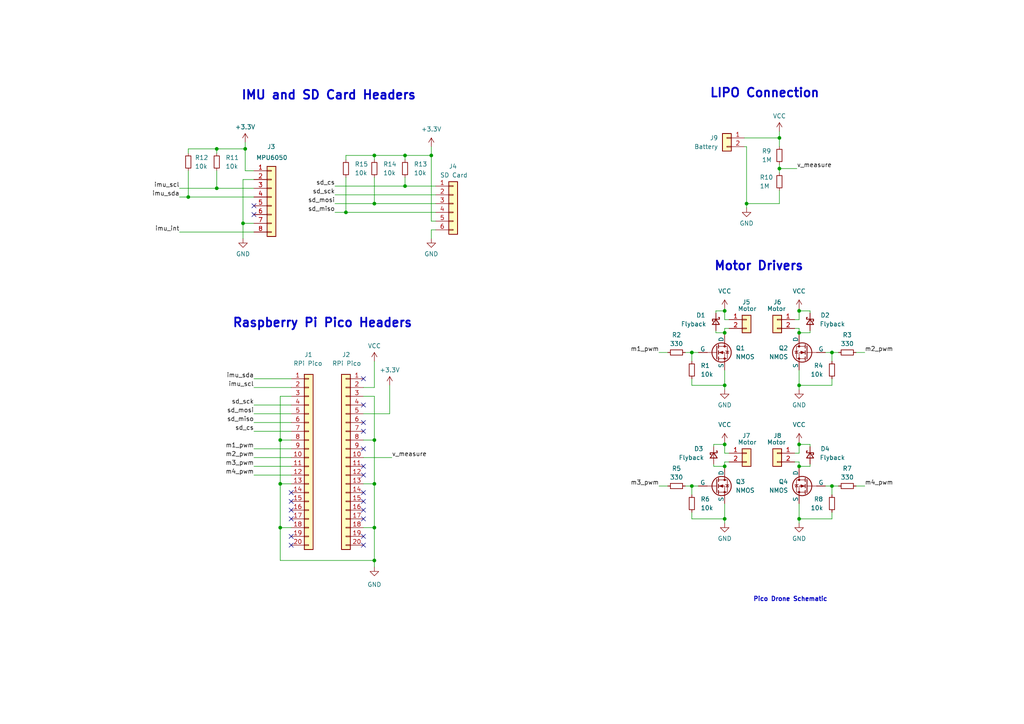
<source format=kicad_sch>
(kicad_sch (version 20230121) (generator eeschema)
  (paper "A4")
  (lib_symbols
    (symbol "Connector_Generic:Conn_01x02" (pin_names (offset 1.016) hide)
      (property "Reference" "J" (at 0 2.54 0))
      (property "Value" "Conn_01x02" (at 0 -5.08 0))
      (symbol "Conn_01x02_1_1"
        (rectangle (start -1.27 -2.413) (end 0 -2.667) (stroke (width 0.1524)))
        (rectangle (start -1.27 0.127) (end 0 -0.127) (stroke (width 0.1524)))
        (rectangle (start -1.27 1.27) (end 1.27 -3.81) (stroke (width 0.254)) (fill (type background)))
        (pin passive line (at -5.08 0 0) (length 3.81) (name "Pin_1") (number "1"))
        (pin passive line (at -5.08 -2.54 0) (length 3.81) (name "Pin_2") (number "2"))
      )
    )
    (symbol "Connector_Generic:Conn_01x06" (pin_names (offset 1.016) hide)
      (property "Reference" "J" (at 0 7.62 0))
      (property "Value" "Conn_01x06" (at 0 -10.16 0))
      (symbol "Conn_01x06_1_1"
        (rectangle (start -1.27 -7.493) (end 0 -7.747) (stroke (width 0.1524)))
        (rectangle (start -1.27 -4.953) (end 0 -5.207) (stroke (width 0.1524)))
        (rectangle (start -1.27 -2.413) (end 0 -2.667) (stroke (width 0.1524)))
        (rectangle (start -1.27 0.127) (end 0 -0.127) (stroke (width 0.1524)))
        (rectangle (start -1.27 2.667) (end 0 2.413) (stroke (width 0.1524)))
        (rectangle (start -1.27 5.207) (end 0 4.953) (stroke (width 0.1524)))
        (rectangle (start -1.27 6.35) (end 1.27 -8.89) (stroke (width 0.254)) (fill (type background)))
        (pin passive line (at -5.08 5.08 0) (length 3.81) (name "Pin_1") (number "1"))
        (pin passive line (at -5.08 2.54 0) (length 3.81) (name "Pin_2") (number "2"))
        (pin passive line (at -5.08 0 0) (length 3.81) (name "Pin_3") (number "3"))
        (pin passive line (at -5.08 -2.54 0) (length 3.81) (name "Pin_4") (number "4"))
        (pin passive line (at -5.08 -5.08 0) (length 3.81) (name "Pin_5") (number "5"))
        (pin passive line (at -5.08 -7.62 0) (length 3.81) (name "Pin_6") (number "6"))
      )
    )
    (symbol "Connector_Generic:Conn_01x08" (pin_names (offset 1.016) hide)
      (property "Reference" "J" (at 0 10.16 0))
      (property "Value" "Conn_01x08" (at 0 -12.7 0))
      (symbol "Conn_01x08_1_1"
        (rectangle (start -1.27 -10.033) (end 0 -10.287) (stroke (width 0.1524)))
        (rectangle (start -1.27 -7.493) (end 0 -7.747) (stroke (width 0.1524)))
        (rectangle (start -1.27 -4.953) (end 0 -5.207) (stroke (width 0.1524)))
        (rectangle (start -1.27 -2.413) (end 0 -2.667) (stroke (width 0.1524)))
        (rectangle (start -1.27 0.127) (end 0 -0.127) (stroke (width 0.1524)))
        (rectangle (start -1.27 2.667) (end 0 2.413) (stroke (width 0.1524)))
        (rectangle (start -1.27 5.207) (end 0 4.953) (stroke (width 0.1524)))
        (rectangle (start -1.27 7.747) (end 0 7.493) (stroke (width 0.1524)))
        (rectangle (start -1.27 8.89) (end 1.27 -11.43) (stroke (width 0.254)) (fill (type background)))
        (pin passive line (at -5.08 7.62 0) (length 3.81) (name "Pin_1") (number "1"))
        (pin passive line (at -5.08 5.08 0) (length 3.81) (name "Pin_2") (number "2"))
        (pin passive line (at -5.08 2.54 0) (length 3.81) (name "Pin_3") (number "3"))
        (pin passive line (at -5.08 0 0) (length 3.81) (name "Pin_4") (number "4"))
        (pin passive line (at -5.08 -2.54 0) (length 3.81) (name "Pin_5") (number "5"))
        (pin passive line (at -5.08 -5.08 0) (length 3.81) (name "Pin_6") (number "6"))
        (pin passive line (at -5.08 -7.62 0) (length 3.81) (name "Pin_7") (number "7"))
        (pin passive line (at -5.08 -10.16 0) (length 3.81) (name "Pin_8") (number "8"))
      )
    )
    (symbol "Connector_Generic:Conn_01x20" (pin_names (offset 1.016) hide)
      (property "Reference" "J" (at 0 25.4 0))
      (property "Value" "Conn_01x20" (at 0 -27.94 0))
      (symbol "Conn_01x20_1_1"
        (rectangle (start -1.27 -25.273) (end 0 -25.527) (stroke (width 0.1524)))
        (rectangle (start -1.27 -22.733) (end 0 -22.987) (stroke (width 0.1524)))
        (rectangle (start -1.27 -20.193) (end 0 -20.447) (stroke (width 0.1524)))
        (rectangle (start -1.27 -17.653) (end 0 -17.907) (stroke (width 0.1524)))
        (rectangle (start -1.27 -15.113) (end 0 -15.367) (stroke (width 0.1524)))
        (rectangle (start -1.27 -12.573) (end 0 -12.827) (stroke (width 0.1524)))
        (rectangle (start -1.27 -10.033) (end 0 -10.287) (stroke (width 0.1524)))
        (rectangle (start -1.27 -7.493) (end 0 -7.747) (stroke (width 0.1524)))
        (rectangle (start -1.27 -4.953) (end 0 -5.207) (stroke (width 0.1524)))
        (rectangle (start -1.27 -2.413) (end 0 -2.667) (stroke (width 0.1524)))
        (rectangle (start -1.27 0.127) (end 0 -0.127) (stroke (width 0.1524)))
        (rectangle (start -1.27 2.667) (end 0 2.413) (stroke (width 0.1524)))
        (rectangle (start -1.27 5.207) (end 0 4.953) (stroke (width 0.1524)))
        (rectangle (start -1.27 7.747) (end 0 7.493) (stroke (width 0.1524)))
        (rectangle (start -1.27 10.287) (end 0 10.033) (stroke (width 0.1524)))
        (rectangle (start -1.27 12.827) (end 0 12.573) (stroke (width 0.1524)))
        (rectangle (start -1.27 15.367) (end 0 15.113) (stroke (width 0.1524)))
        (rectangle (start -1.27 17.907) (end 0 17.653) (stroke (width 0.1524)))
        (rectangle (start -1.27 20.447) (end 0 20.193) (stroke (width 0.1524)))
        (rectangle (start -1.27 22.987) (end 0 22.733) (stroke (width 0.1524)))
        (rectangle (start -1.27 24.13) (end 1.27 -26.67) (stroke (width 0.254)) (fill (type background)))
        (pin passive line (at -5.08 22.86 0) (length 3.81) (name "Pin_1") (number "1"))
        (pin passive line (at -5.08 0 0) (length 3.81) (name "Pin_10") (number "10"))
        (pin passive line (at -5.08 -2.54 0) (length 3.81) (name "Pin_11") (number "11"))
        (pin passive line (at -5.08 -5.08 0) (length 3.81) (name "Pin_12") (number "12"))
        (pin passive line (at -5.08 -7.62 0) (length 3.81) (name "Pin_13") (number "13"))
        (pin passive line (at -5.08 -10.16 0) (length 3.81) (name "Pin_14") (number "14"))
        (pin passive line (at -5.08 -12.7 0) (length 3.81) (name "Pin_15") (number "15"))
        (pin passive line (at -5.08 -15.24 0) (length 3.81) (name "Pin_16") (number "16"))
        (pin passive line (at -5.08 -17.78 0) (length 3.81) (name "Pin_17") (number "17"))
        (pin passive line (at -5.08 -20.32 0) (length 3.81) (name "Pin_18") (number "18"))
        (pin passive line (at -5.08 -22.86 0) (length 3.81) (name "Pin_19") (number "19"))
        (pin passive line (at -5.08 20.32 0) (length 3.81) (name "Pin_2") (number "2"))
        (pin passive line (at -5.08 -25.4 0) (length 3.81) (name "Pin_20") (number "20"))
        (pin passive line (at -5.08 17.78 0) (length 3.81) (name "Pin_3") (number "3"))
        (pin passive line (at -5.08 15.24 0) (length 3.81) (name "Pin_4") (number "4"))
        (pin passive line (at -5.08 12.7 0) (length 3.81) (name "Pin_5") (number "5"))
        (pin passive line (at -5.08 10.16 0) (length 3.81) (name "Pin_6") (number "6"))
        (pin passive line (at -5.08 7.62 0) (length 3.81) (name "Pin_7") (number "7"))
        (pin passive line (at -5.08 5.08 0) (length 3.81) (name "Pin_8") (number "8"))
        (pin passive line (at -5.08 2.54 0) (length 3.81) (name "Pin_9") (number "9"))
      )
    )
    (symbol "Device:D_Schottky_Small" (pin_numbers hide) (pin_names (offset 0.254) hide)
      (property "Reference" "D" (at -1.27 2.032 0))
      (property "Value" "D_Schottky_Small" (at -7.112 -2.032 0))
      (symbol "D_Schottky_Small_0_1"
        (polyline (pts (xy -0.762 0) (xy 0.762 0)))
        (polyline (pts (xy 0.762 -1.016) (xy -0.762 0) (xy 0.762 1.016) (xy 0.762 -1.016)) (stroke (width 0.254)))
        (polyline (pts (xy -1.27 0.762) (xy -1.27 1.016) (xy -0.762 1.016) (xy -0.762 -1.016) (xy -0.254 -1.016) (xy -0.254 -0.762)) (stroke (width 0.254)))
      )
      (symbol "D_Schottky_Small_1_1"
        (pin passive line (at -2.54 0 0) (length 1.778) (name "K") (number "1"))
        (pin passive line (at 2.54 0 180) (length 1.778) (name "A") (number "2"))
      )
    )
    (symbol "Device:R_Small" (pin_numbers hide) (pin_names (offset 0.254) hide)
      (property "Reference" "R" (at 0.762 0.508 0))
      (property "Value" "R_Small" (at 0.762 -1.016 0))
      (symbol "R_Small_0_1"
        (rectangle (start -0.762 1.778) (end 0.762 -1.778) (stroke (width 0.2032)))
      )
      (symbol "R_Small_1_1"
        (pin passive line (at 0 2.54 270) (length 0.762) (name "~") (number "1"))
        (pin passive line (at 0 -2.54 90) (length 0.762) (name "~") (number "2"))
      )
    )
    (symbol "Simulation_SPICE:NMOS" (pin_numbers hide) (pin_names (offset 0))
      (property "Reference" "Q" (at 5.08 1.27 0))
      (property "Value" "NMOS" (at 5.08 -1.27 0))
      (symbol "NMOS_0_1"
        (polyline (pts (xy 0.254 0) (xy -2.54 0)))
        (polyline (pts (xy 0.254 1.905) (xy 0.254 -1.905)) (stroke (width 0.254)))
        (polyline (pts (xy 0.762 -1.27) (xy 0.762 -2.286)) (stroke (width 0.254)))
        (polyline (pts (xy 0.762 0.508) (xy 0.762 -0.508)) (stroke (width 0.254)))
        (polyline (pts (xy 0.762 2.286) (xy 0.762 1.27)) (stroke (width 0.254)))
        (polyline (pts (xy 2.54 2.54) (xy 2.54 1.778)))
        (polyline (pts (xy 2.54 -2.54) (xy 2.54 0) (xy 0.762 0)))
        (polyline (pts (xy 0.762 -1.778) (xy 3.302 -1.778) (xy 3.302 1.778) (xy 0.762 1.778)))
        (polyline (pts (xy 1.016 0) (xy 2.032 0.381) (xy 2.032 -0.381) (xy 1.016 0)) (fill (type outline)))
        (polyline (pts (xy 2.794 0.508) (xy 2.921 0.381) (xy 3.683 0.381) (xy 3.81 0.254)))
        (polyline (pts (xy 3.302 0.381) (xy 2.921 -0.254) (xy 3.683 -0.254) (xy 3.302 0.381)))
        (circle (center 1.651 0) (radius 2.794) (stroke (width 0.254)))
        (circle (center 2.54 -1.778) (radius 0.254) (fill (type outline)))
        (circle (center 2.54 1.778) (radius 0.254) (fill (type outline)))
      )
      (symbol "NMOS_1_1"
        (pin passive line (at 2.54 5.08 270) (length 2.54) (name "D") (number "1"))
        (pin input line (at -5.08 0 0) (length 2.54) (name "G") (number "2"))
        (pin passive line (at 2.54 -5.08 90) (length 2.54) (name "S") (number "3"))
      )
    )
    (symbol "power:+3.3V" (power) (pin_names (offset 0))
      (property "Value" "+3.3V" (at 0 3.556 0))
      (symbol "+3.3V_0_1"
        (polyline (pts (xy -0.762 1.27) (xy 0 2.54)))
        (polyline (pts (xy 0 0) (xy 0 2.54)))
        (polyline (pts (xy 0 2.54) (xy 0.762 1.27)))
      )
      (symbol "+3.3V_1_1"
        (pin power_in line (at 0 0 90) (length 0) hide (name "+3.3V") (number "1"))
      )
    )
    (symbol "power:GND" (power) (pin_names (offset 0))
      (property "Value" "GND" (at 0 -3.81 0))
      (symbol "GND_0_1"
        (polyline (pts (xy 0 0) (xy 0 -1.27) (xy 1.27 -1.27) (xy 0 -2.54) (xy -1.27 -1.27) (xy 0 -1.27)))
      )
      (symbol "GND_1_1"
        (pin power_in line (at 0 0 270) (length 0) hide (name "GND") (number "1"))
      )
    )
    (symbol "power:VCC" (power) (pin_names (offset 0))
      (property "Value" "VCC" (at 0 3.81 0))
      (symbol "VCC_0_1"
        (polyline (pts (xy -0.762 1.27) (xy 0 2.54)))
        (polyline (pts (xy 0 0) (xy 0 2.54)))
        (polyline (pts (xy 0 2.54) (xy 0.762 1.27)))
      )
      (symbol "VCC_1_1"
        (pin power_in line (at 0 0 90) (length 0) hide (name "VCC") (number "1"))
      )
    )
  )
  (junction (at 54.61 57.15))
  (junction (at 117.475 45.085))
  (junction (at 108.585 59.055))
  (junction (at 210.185 135.255))
  (junction (at 81.28 153.035))
  (junction (at 210.185 96.52))
  (junction (at 216.535 59.055))
  (junction (at 70.485 64.77))
  (junction (at 117.475 53.975))
  (junction (at 231.775 150.495))
  (junction (at 231.775 135.255))
  (junction (at 200.66 140.97))
  (junction (at 108.585 140.335))
  (junction (at 210.185 111.76))
  (junction (at 231.775 128.905))
  (junction (at 71.12 43.18))
  (junction (at 226.06 48.895))
  (junction (at 81.28 127.635))
  (junction (at 231.775 90.17))
  (junction (at 81.28 140.335))
  (junction (at 108.585 153.035))
  (junction (at 241.3 102.235))
  (junction (at 125.095 45.085))
  (junction (at 210.185 90.17))
  (junction (at 108.585 45.085))
  (junction (at 200.66 102.235))
  (junction (at 241.3 140.97))
  (junction (at 62.865 43.18))
  (junction (at 108.585 127.635))
  (junction (at 100.33 61.595))
  (junction (at 226.06 40.005))
  (junction (at 108.585 162.56))
  (junction (at 231.775 111.76))
  (junction (at 210.185 150.495))
  (junction (at 210.185 128.905))
  (junction (at 62.865 54.61))
  (junction (at 231.775 96.52))
  (no_connect (at 105.41 155.575))
  (no_connect (at 73.66 59.69))
  (no_connect (at 84.455 158.115))
  (no_connect (at 84.455 147.955))
  (no_connect (at 84.455 145.415))
  (no_connect (at 105.41 142.875))
  (no_connect (at 105.41 122.555))
  (no_connect (at 84.455 155.575))
  (no_connect (at 105.41 117.475))
  (no_connect (at 105.41 109.855))
  (no_connect (at 73.66 62.23))
  (no_connect (at 105.41 158.115))
  (no_connect (at 105.41 135.255))
  (no_connect (at 105.41 145.415))
  (no_connect (at 105.41 137.795))
  (no_connect (at 105.41 125.095))
  (no_connect (at 105.41 150.495))
  (no_connect (at 84.455 142.875))
  (no_connect (at 84.455 150.495))
  (no_connect (at 105.41 147.955))
  (no_connect (at 105.41 130.175))
  (wire (pts (xy 108.585 45.085) (xy 117.475 45.085)))
  (wire (pts (xy 108.585 112.395) (xy 108.585 104.775)))
  (wire (pts (xy 226.06 40.005) (xy 226.06 42.545)))
  (wire (pts (xy 191.135 140.97) (xy 193.675 140.97)))
  (wire (pts (xy 81.28 127.635) (xy 81.28 140.335)))
  (wire (pts (xy 207.01 128.905) (xy 210.185 128.905)))
  (wire (pts (xy 239.395 102.235) (xy 241.3 102.235)))
  (wire (pts (xy 243.205 102.235) (xy 241.3 102.235)))
  (wire (pts (xy 210.185 128.27) (xy 210.185 128.905)))
  (wire (pts (xy 81.28 153.035) (xy 81.28 162.56)))
  (wire (pts (xy 211.455 133.985) (xy 210.185 133.985)))
  (wire (pts (xy 226.06 48.895) (xy 226.06 50.165)))
  (wire (pts (xy 73.66 64.77) (xy 70.485 64.77)))
  (wire (pts (xy 73.66 49.53) (xy 71.12 49.53)))
  (wire (pts (xy 84.455 153.035) (xy 81.28 153.035)))
  (wire (pts (xy 231.775 96.52) (xy 234.95 96.52)))
  (wire (pts (xy 73.66 57.15) (xy 54.61 57.15)))
  (wire (pts (xy 73.66 117.475) (xy 84.455 117.475)))
  (wire (pts (xy 105.41 127.635) (xy 108.585 127.635)))
  (wire (pts (xy 210.185 95.25) (xy 210.185 96.52)))
  (wire (pts (xy 200.66 140.97) (xy 200.66 143.51)))
  (wire (pts (xy 202.565 140.97) (xy 200.66 140.97)))
  (wire (pts (xy 241.3 140.97) (xy 241.3 143.51)))
  (wire (pts (xy 231.775 150.495) (xy 231.775 151.765)))
  (wire (pts (xy 97.155 61.595) (xy 100.33 61.595)))
  (wire (pts (xy 210.185 96.52) (xy 210.185 97.155)))
  (wire (pts (xy 105.41 140.335) (xy 108.585 140.335)))
  (wire (pts (xy 216.535 42.545) (xy 215.9 42.545)))
  (wire (pts (xy 81.28 162.56) (xy 108.585 162.56)))
  (wire (pts (xy 125.095 66.675) (xy 125.095 69.215)))
  (wire (pts (xy 211.455 92.71) (xy 210.185 92.71)))
  (wire (pts (xy 239.395 140.97) (xy 241.3 140.97)))
  (wire (pts (xy 71.12 41.275) (xy 71.12 43.18)))
  (wire (pts (xy 70.485 52.07) (xy 73.66 52.07)))
  (wire (pts (xy 230.505 92.71) (xy 231.775 92.71)))
  (wire (pts (xy 215.9 40.005) (xy 226.06 40.005)))
  (wire (pts (xy 84.455 140.335) (xy 81.28 140.335)))
  (wire (pts (xy 73.66 112.395) (xy 84.455 112.395)))
  (wire (pts (xy 105.41 132.715) (xy 113.665 132.715)))
  (wire (pts (xy 231.775 128.905) (xy 231.775 131.445)))
  (wire (pts (xy 52.07 57.15) (xy 54.61 57.15)))
  (wire (pts (xy 198.755 102.235) (xy 200.66 102.235)))
  (wire (pts (xy 108.585 59.055) (xy 126.365 59.055)))
  (wire (pts (xy 210.185 150.495) (xy 210.185 151.765)))
  (wire (pts (xy 81.28 114.935) (xy 84.455 114.935)))
  (wire (pts (xy 81.28 153.035) (xy 81.28 140.335)))
  (wire (pts (xy 250.825 140.97) (xy 248.285 140.97)))
  (wire (pts (xy 81.28 114.935) (xy 81.28 127.635)))
  (wire (pts (xy 216.535 42.545) (xy 216.535 59.055)))
  (wire (pts (xy 234.95 134.62) (xy 234.95 135.255)))
  (wire (pts (xy 117.475 53.975) (xy 126.365 53.975)))
  (wire (pts (xy 200.66 148.59) (xy 200.66 150.495)))
  (wire (pts (xy 231.775 95.25) (xy 231.775 96.52)))
  (wire (pts (xy 117.475 46.355) (xy 117.475 45.085)))
  (wire (pts (xy 241.3 109.855) (xy 241.3 111.76)))
  (wire (pts (xy 226.06 38.1) (xy 226.06 40.005)))
  (wire (pts (xy 231.775 90.17) (xy 231.775 92.71)))
  (wire (pts (xy 234.95 95.885) (xy 234.95 96.52)))
  (wire (pts (xy 241.3 148.59) (xy 241.3 150.495)))
  (wire (pts (xy 200.66 102.235) (xy 200.66 104.775)))
  (wire (pts (xy 234.95 90.805) (xy 234.95 90.17)))
  (wire (pts (xy 108.585 162.56) (xy 108.585 164.465)))
  (wire (pts (xy 191.135 102.235) (xy 193.675 102.235)))
  (wire (pts (xy 231.775 133.985) (xy 231.775 135.255)))
  (wire (pts (xy 202.565 102.235) (xy 200.66 102.235)))
  (wire (pts (xy 73.66 54.61) (xy 62.865 54.61)))
  (wire (pts (xy 71.12 49.53) (xy 71.12 43.18)))
  (wire (pts (xy 207.645 90.17) (xy 210.185 90.17)))
  (wire (pts (xy 234.95 128.905) (xy 231.775 128.905)))
  (wire (pts (xy 200.66 111.76) (xy 210.185 111.76)))
  (wire (pts (xy 108.585 162.56) (xy 108.585 153.035)))
  (wire (pts (xy 210.185 133.985) (xy 210.185 135.255)))
  (wire (pts (xy 70.485 64.77) (xy 70.485 52.07)))
  (wire (pts (xy 230.505 131.445) (xy 231.775 131.445)))
  (wire (pts (xy 210.185 89.535) (xy 210.185 90.17)))
  (wire (pts (xy 210.185 111.76) (xy 210.185 113.03)))
  (wire (pts (xy 230.505 95.25) (xy 231.775 95.25)))
  (wire (pts (xy 105.41 120.015) (xy 113.03 120.015)))
  (wire (pts (xy 126.365 64.135) (xy 125.095 64.135)))
  (wire (pts (xy 125.095 64.135) (xy 125.095 45.085)))
  (wire (pts (xy 234.95 90.17) (xy 231.775 90.17)))
  (wire (pts (xy 62.865 43.18) (xy 71.12 43.18)))
  (wire (pts (xy 73.66 122.555) (xy 84.455 122.555)))
  (wire (pts (xy 226.06 47.625) (xy 226.06 48.895)))
  (wire (pts (xy 100.33 45.085) (xy 108.585 45.085)))
  (wire (pts (xy 234.95 129.54) (xy 234.95 128.905)))
  (wire (pts (xy 125.095 45.085) (xy 125.095 42.545)))
  (wire (pts (xy 216.535 59.055) (xy 216.535 60.325)))
  (wire (pts (xy 108.585 51.435) (xy 108.585 59.055)))
  (wire (pts (xy 108.585 46.355) (xy 108.585 45.085)))
  (wire (pts (xy 200.66 150.495) (xy 210.185 150.495)))
  (wire (pts (xy 211.455 95.25) (xy 210.185 95.25)))
  (wire (pts (xy 207.645 90.805) (xy 207.645 90.17)))
  (wire (pts (xy 62.865 44.45) (xy 62.865 43.18)))
  (wire (pts (xy 73.66 125.095) (xy 84.455 125.095)))
  (wire (pts (xy 52.07 67.31) (xy 73.66 67.31)))
  (wire (pts (xy 73.66 132.715) (xy 84.455 132.715)))
  (wire (pts (xy 117.475 45.085) (xy 125.095 45.085)))
  (wire (pts (xy 210.185 90.17) (xy 210.185 92.71)))
  (wire (pts (xy 231.775 128.27) (xy 231.775 128.905)))
  (wire (pts (xy 211.455 131.445) (xy 210.185 131.445)))
  (wire (pts (xy 200.66 109.855) (xy 200.66 111.76)))
  (wire (pts (xy 210.185 146.05) (xy 210.185 150.495)))
  (wire (pts (xy 100.33 61.595) (xy 126.365 61.595)))
  (wire (pts (xy 100.33 46.355) (xy 100.33 45.085)))
  (wire (pts (xy 210.185 107.315) (xy 210.185 111.76)))
  (wire (pts (xy 241.3 150.495) (xy 231.775 150.495)))
  (wire (pts (xy 117.475 51.435) (xy 117.475 53.975)))
  (wire (pts (xy 52.07 54.61) (xy 62.865 54.61)))
  (wire (pts (xy 108.585 127.635) (xy 108.585 140.335)))
  (wire (pts (xy 231.775 107.315) (xy 231.775 111.76)))
  (wire (pts (xy 231.775 135.255) (xy 234.95 135.255)))
  (wire (pts (xy 207.01 129.54) (xy 207.01 128.905)))
  (wire (pts (xy 231.775 96.52) (xy 231.775 97.155)))
  (wire (pts (xy 54.61 43.18) (xy 54.61 44.45)))
  (wire (pts (xy 231.775 111.76) (xy 231.775 113.03)))
  (wire (pts (xy 231.775 146.05) (xy 231.775 150.495)))
  (wire (pts (xy 198.755 140.97) (xy 200.66 140.97)))
  (wire (pts (xy 207.01 134.62) (xy 207.01 135.255)))
  (wire (pts (xy 207.645 95.885) (xy 207.645 96.52)))
  (wire (pts (xy 243.205 140.97) (xy 241.3 140.97)))
  (wire (pts (xy 97.155 59.055) (xy 108.585 59.055)))
  (wire (pts (xy 84.455 127.635) (xy 81.28 127.635)))
  (wire (pts (xy 113.03 120.015) (xy 113.03 111.76)))
  (wire (pts (xy 231.775 89.535) (xy 231.775 90.17)))
  (wire (pts (xy 108.585 153.035) (xy 105.41 153.035)))
  (wire (pts (xy 73.66 109.855) (xy 84.455 109.855)))
  (wire (pts (xy 231.775 135.255) (xy 231.775 135.89)))
  (wire (pts (xy 108.585 114.935) (xy 108.585 127.635)))
  (wire (pts (xy 73.66 137.795) (xy 84.455 137.795)))
  (wire (pts (xy 73.66 130.175) (xy 84.455 130.175)))
  (wire (pts (xy 231.14 48.895) (xy 226.06 48.895)))
  (wire (pts (xy 216.535 59.055) (xy 226.06 59.055)))
  (wire (pts (xy 54.61 49.53) (xy 54.61 57.15)))
  (wire (pts (xy 73.66 120.015) (xy 84.455 120.015)))
  (wire (pts (xy 241.3 111.76) (xy 231.775 111.76)))
  (wire (pts (xy 210.185 135.255) (xy 210.185 135.89)))
  (wire (pts (xy 207.645 96.52) (xy 210.185 96.52)))
  (wire (pts (xy 207.01 135.255) (xy 210.185 135.255)))
  (wire (pts (xy 250.825 102.235) (xy 248.285 102.235)))
  (wire (pts (xy 100.33 51.435) (xy 100.33 61.595)))
  (wire (pts (xy 126.365 66.675) (xy 125.095 66.675)))
  (wire (pts (xy 97.155 53.975) (xy 117.475 53.975)))
  (wire (pts (xy 70.485 64.77) (xy 70.485 69.215)))
  (wire (pts (xy 210.185 128.905) (xy 210.185 131.445)))
  (wire (pts (xy 73.66 135.255) (xy 84.455 135.255)))
  (wire (pts (xy 241.3 102.235) (xy 241.3 104.775)))
  (wire (pts (xy 97.155 56.515) (xy 126.365 56.515)))
  (wire (pts (xy 54.61 43.18) (xy 62.865 43.18)))
  (wire (pts (xy 230.505 133.985) (xy 231.775 133.985)))
  (wire (pts (xy 105.41 114.935) (xy 108.585 114.935)))
  (wire (pts (xy 108.585 140.335) (xy 108.585 153.035)))
  (wire (pts (xy 226.06 55.245) (xy 226.06 59.055)))
  (wire (pts (xy 105.41 112.395) (xy 108.585 112.395)))
  (wire (pts (xy 62.865 49.53) (xy 62.865 54.61)))
  (text "Motor Drivers" (at 207.01 78.74 0) (effects (font (size 2.54 2.54) (thickness 0.508) bold) (justify left bottom)))
  (text "Raspberry Pi Pico Headers" (at 67.31 95.25 0) (effects (font (size 2.54 2.54) (thickness 0.508) bold) (justify left bottom)))
  (text "Pico Drone Schematic" (at 218.44 174.625 0) (effects (font (size 1.27 1.27) bold) (justify left bottom)))
  (text "LIPO Connection" (at 205.74 28.575 0) (effects (font (size 2.54 2.54) (thickness 0.508) bold) (justify left bottom)))
  (text "IMU and SD Card Headers" (at 69.85 29.21 0) (effects (font (size 2.54 2.54) (thickness 0.508) bold) (justify left bottom)))
  (label "imu_scl" (at 73.66 112.395 180))
  (label "sd_sck" (at 73.66 117.475 180))
  (label "imu_scl" (at 52.07 54.61 180))
  (label "v_measure" (at 231.14 48.895 0))
  (label "m3_pwm" (at 191.135 140.97 180))
  (label "v_measure" (at 113.665 132.715 0))
  (label "imu_sda" (at 73.66 109.855 180))
  (label "sd_miso" (at 97.155 61.595 180))
  (label "m1_pwm" (at 73.66 130.175 180))
  (label "m2_pwm" (at 250.825 102.235 0))
  (label "m3_pwm" (at 73.66 135.255 180))
  (label "imu_sda" (at 52.07 57.15 180))
  (label "m2_pwm" (at 73.66 132.715 180))
  (label "sd_cs" (at 73.66 125.095 180))
  (label "sd_cs" (at 97.155 53.975 180))
  (label "m4_pwm" (at 73.66 137.795 180))
  (label "sd_miso" (at 73.66 122.555 180))
  (label "sd_mosi" (at 73.66 120.015 180))
  (label "sd_sck" (at 97.155 56.515 180))
  (label "imu_int" (at 52.07 67.31 180))
  (label "m1_pwm" (at 191.135 102.235 180))
  (label "m4_pwm" (at 250.825 140.97 0))
  (label "sd_mosi" (at 97.155 59.055 180))
  (symbol (lib_id "power:VCC") (at 108.585 104.775 0) (unit 1)
    (property "Reference" "#PWR016" (effects hide))
    (property "Value" "VCC" (at 108.585 100.33 0))
  )
  (symbol (lib_id "Device:R_Small") (at 196.215 102.235 90) (unit 1)
    (property "Reference" "R2" (at 196.215 97.155 90))
    (property "Value" "330" (at 196.215 99.695 90))
  )
  (symbol (lib_id "Device:R_Small") (at 245.745 102.235 270) (mirror x) (unit 1)
    (property "Reference" "R3" (at 245.745 97.155 90))
    (property "Value" "330" (at 245.745 99.695 90))
  )
  (symbol (lib_id "Device:R_Small") (at 200.66 107.315 0) (unit 1)
    (property "Reference" "R1" (at 203.2 106.045 0) (effects (justify left)))
    (property "Value" "10k" (at 203.2 108.585 0) (effects (justify left)))
  )
  (symbol (lib_id "Device:R_Small") (at 108.585 48.895 0) (unit 1)
    (property "Reference" "R14" (at 111.125 47.625 0) (effects (justify left)))
    (property "Value" "10k" (at 111.125 50.165 0) (effects (justify left)))
  )
  (symbol (lib_id "Simulation_SPICE:NMOS") (at 207.645 140.97 0) (unit 1)
    (property "Reference" "Q3" (at 213.36 139.7 0) (effects (justify left)))
    (property "Value" "NMOS" (at 213.36 142.24 0) (effects (justify left)))
    (property "Datasheet" "https://ngspice.sourceforge.io/docs/ngspice-manual.pdf" (effects hide))
    (property "Sim.Device" "NMOS" (effects hide))
    (property "Sim.Type" "VDMOS" (effects hide))
    (property "Sim.Pins" "1=D 2=G 3=S" (effects hide))
  )
  (symbol (lib_id "Simulation_SPICE:NMOS") (at 234.315 140.97 0) (mirror y) (unit 1)
    (property "Reference" "Q4" (at 228.6 139.7 0) (effects (justify left)))
    (property "Value" "NMOS" (at 228.6 142.24 0) (effects (justify left)))
    (property "Datasheet" "https://ngspice.sourceforge.io/docs/ngspice-manual.pdf" (effects hide))
    (property "Sim.Device" "NMOS" (effects hide))
    (property "Sim.Type" "VDMOS" (effects hide))
    (property "Sim.Pins" "1=D 2=G 3=S" (effects hide))
  )
  (symbol (lib_id "power:GND") (at 70.485 69.215 0) (unit 1)
    (property "Reference" "#PWR012" (effects hide))
    (property "Value" "GND" (at 70.485 73.66 0))
  )
  (symbol (lib_id "Simulation_SPICE:NMOS") (at 207.645 102.235 0) (unit 1)
    (property "Reference" "Q1" (at 213.36 100.965 0) (effects (justify left)))
    (property "Value" "NMOS" (at 213.36 103.505 0) (effects (justify left)))
    (property "Datasheet" "https://ngspice.sourceforge.io/docs/ngspice-manual.pdf" (effects hide))
    (property "Sim.Device" "NMOS" (effects hide))
    (property "Sim.Type" "VDMOS" (effects hide))
    (property "Sim.Pins" "1=D 2=G 3=S" (effects hide))
  )
  (symbol (lib_id "Connector_Generic:Conn_01x08") (at 78.74 57.15 0) (unit 1)
    (property "Reference" "J3" (at 77.47 42.545 0) (effects (justify left)))
    (property "Value" "MPU6050" (at 74.295 45.72 0) (effects (justify left)))
  )
  (symbol (lib_id "Connector_Generic:Conn_01x02") (at 210.82 40.005 0) (mirror y) (unit 1)
    (property "Reference" "J9" (at 208.28 40.005 0) (effects (justify left)))
    (property "Value" "Battery" (at 208.28 42.545 0) (effects (justify left)))
  )
  (symbol (lib_id "Device:R_Small") (at 241.3 107.315 0) (mirror y) (unit 1)
    (property "Reference" "R4" (at 238.76 106.045 0) (effects (justify left)))
    (property "Value" "10k" (at 238.76 108.585 0) (effects (justify left)))
  )
  (symbol (lib_id "Connector_Generic:Conn_01x20") (at 89.535 132.715 0) (unit 1)
    (property "Reference" "J1" (at 88.265 102.87 0) (effects (justify left)))
    (property "Value" "RPi Pico" (at 85.09 105.41 0) (effects (justify left)))
  )
  (symbol (lib_id "power:VCC") (at 210.185 89.535 0) (unit 1)
    (property "Reference" "#PWR02" (effects hide))
    (property "Value" "VCC" (at 210.185 84.455 0))
  )
  (symbol (lib_id "power:VCC") (at 226.06 38.1 0) (unit 1)
    (property "Reference" "#PWR010" (effects hide))
    (property "Value" "VCC" (at 226.06 33.655 0))
  )
  (symbol (lib_id "power:VCC") (at 210.185 128.27 0) (unit 1)
    (property "Reference" "#PWR05" (effects hide))
    (property "Value" "VCC" (at 210.185 123.19 0))
  )
  (symbol (lib_id "Connector_Generic:Conn_01x06") (at 131.445 59.055 0) (unit 1)
    (property "Reference" "J4" (at 130.175 48.26 0) (effects (justify left)))
    (property "Value" "SD Card" (at 127.635 50.8 0) (effects (justify left)))
  )
  (symbol (lib_id "Device:D_Schottky_Small") (at 234.95 132.08 90) (mirror x) (unit 1)
    (property "Reference" "D4" (at 240.665 130.175 90) (effects (justify left)))
    (property "Value" "Flyback" (at 245.11 132.715 90) (effects (justify left)))
  )
  (symbol (lib_id "power:GND") (at 210.185 151.765 0) (unit 1)
    (property "Reference" "#PWR06" (effects hide))
    (property "Value" "GND" (at 210.185 156.21 0))
  )
  (symbol (lib_id "power:VCC") (at 231.775 89.535 0) (mirror y) (unit 1)
    (property "Reference" "#PWR03" (effects hide))
    (property "Value" "VCC" (at 231.775 84.455 0))
  )
  (symbol (lib_id "power:+3.3V") (at 113.03 111.76 0) (unit 1)
    (property "Reference" "#PWR015" (effects hide))
    (property "Value" "+3.3V" (at 113.03 107.315 0))
  )
  (symbol (lib_id "Device:R_Small") (at 245.745 140.97 270) (mirror x) (unit 1)
    (property "Reference" "R7" (at 245.745 135.89 90))
    (property "Value" "330" (at 245.745 138.43 90))
  )
  (symbol (lib_id "power:GND") (at 125.095 69.215 0) (unit 1)
    (property "Reference" "#PWR013" (effects hide))
    (property "Value" "GND" (at 125.095 73.66 0))
  )
  (symbol (lib_id "Device:D_Schottky_Small") (at 207.01 132.08 270) (unit 1)
    (property "Reference" "D3" (at 201.295 130.175 90) (effects (justify left)))
    (property "Value" "Flyback" (at 196.85 132.715 90) (effects (justify left)))
  )
  (symbol (lib_id "Connector_Generic:Conn_01x02") (at 216.535 131.445 0) (unit 1)
    (property "Reference" "J7" (at 215.265 126.365 0) (effects (justify left)))
    (property "Value" "Motor" (at 213.995 128.27 0) (effects (justify left)))
  )
  (symbol (lib_id "power:GND") (at 108.585 164.465 0) (unit 1)
    (property "Reference" "#PWR017" (effects hide))
    (property "Value" "GND" (at 108.585 169.545 0))
  )
  (symbol (lib_id "Connector_Generic:Conn_01x02") (at 225.425 92.71 0) (mirror y) (unit 1)
    (property "Reference" "J6" (at 226.695 87.63 0) (effects (justify left)))
    (property "Value" "Motor" (at 227.965 89.535 0) (effects (justify left)))
  )
  (symbol (lib_id "Device:R_Small") (at 200.66 146.05 0) (unit 1)
    (property "Reference" "R6" (at 203.2 144.78 0) (effects (justify left)))
    (property "Value" "10k" (at 203.2 147.32 0) (effects (justify left)))
  )
  (symbol (lib_id "Device:D_Schottky_Small") (at 234.95 93.345 90) (mirror x) (unit 1)
    (property "Reference" "D2" (at 240.665 91.44 90) (effects (justify left)))
    (property "Value" "Flyback" (at 245.11 93.98 90) (effects (justify left)))
  )
  (symbol (lib_id "Device:R_Small") (at 117.475 48.895 0) (unit 1)
    (property "Reference" "R13" (at 120.015 47.625 0) (effects (justify left)))
    (property "Value" "10k" (at 120.015 50.165 0) (effects (justify left)))
  )
  (symbol (lib_id "Device:R_Small") (at 241.3 146.05 0) (mirror y) (unit 1)
    (property "Reference" "R8" (at 238.76 144.78 0) (effects (justify left)))
    (property "Value" "10k" (at 238.76 147.32 0) (effects (justify left)))
  )
  (symbol (lib_id "Device:R_Small") (at 100.33 48.895 0) (unit 1)
    (property "Reference" "R15" (at 102.87 47.625 0) (effects (justify left)))
    (property "Value" "10k" (at 102.87 50.165 0) (effects (justify left)))
  )
  (symbol (lib_id "Simulation_SPICE:NMOS") (at 234.315 102.235 0) (mirror y) (unit 1)
    (property "Reference" "Q2" (at 228.6 100.965 0) (effects (justify left)))
    (property "Value" "NMOS" (at 228.6 103.505 0) (effects (justify left)))
    (property "Datasheet" "https://ngspice.sourceforge.io/docs/ngspice-manual.pdf" (effects hide))
    (property "Sim.Device" "NMOS" (effects hide))
    (property "Sim.Type" "VDMOS" (effects hide))
    (property "Sim.Pins" "1=D 2=G 3=S" (effects hide))
  )
  (symbol (lib_id "Connector_Generic:Conn_01x20") (at 100.33 132.715 0) (mirror y) (unit 1)
    (property "Reference" "J2" (at 101.6 102.87 0) (effects (justify left)))
    (property "Value" "RPi Pico" (at 104.775 105.41 0) (effects (justify left)))
  )
  (symbol (lib_id "Device:R_Small") (at 226.06 45.085 0) (unit 1)
    (property "Reference" "R9" (at 220.98 43.815 0) (effects (justify left)))
    (property "Value" "1M" (at 220.98 46.355 0) (effects (justify left)))
  )
  (symbol (lib_id "Device:R_Small") (at 226.06 52.705 0) (unit 1)
    (property "Reference" "R10" (at 220.345 51.435 0) (effects (justify left)))
    (property "Value" "1M" (at 220.345 53.975 0) (effects (justify left)))
  )
  (symbol (lib_id "power:+3.3V") (at 71.12 41.275 0) (unit 1)
    (property "Reference" "#PWR011" (effects hide))
    (property "Value" "+3.3V" (at 71.12 36.83 0))
  )
  (symbol (lib_id "power:VCC") (at 231.775 128.27 0) (mirror y) (unit 1)
    (property "Reference" "#PWR07" (effects hide))
    (property "Value" "VCC" (at 231.775 123.19 0))
  )
  (symbol (lib_id "Device:D_Schottky_Small") (at 207.645 93.345 270) (unit 1)
    (property "Reference" "D1" (at 201.93 91.44 90) (effects (justify left)))
    (property "Value" "Flyback" (at 197.485 93.98 90) (effects (justify left)))
  )
  (symbol (lib_id "power:GND") (at 210.185 113.03 0) (unit 1)
    (property "Reference" "#PWR01" (effects hide))
    (property "Value" "GND" (at 210.185 117.475 0))
  )
  (symbol (lib_id "Device:R_Small") (at 62.865 46.99 0) (unit 1)
    (property "Reference" "R11" (at 65.405 45.72 0) (effects (justify left)))
    (property "Value" "10k" (at 65.405 48.26 0) (effects (justify left)))
  )
  (symbol (lib_id "Device:R_Small") (at 196.215 140.97 90) (unit 1)
    (property "Reference" "R5" (at 196.215 135.89 90))
    (property "Value" "330" (at 196.215 138.43 90))
  )
  (symbol (lib_id "power:GND") (at 231.775 113.03 0) (mirror y) (unit 1)
    (property "Reference" "#PWR04" (effects hide))
    (property "Value" "GND" (at 231.775 117.475 0))
  )
  (symbol (lib_id "Connector_Generic:Conn_01x02") (at 225.425 131.445 0) (mirror y) (unit 1)
    (property "Reference" "J8" (at 226.695 126.365 0) (effects (justify left)))
    (property "Value" "Motor" (at 227.965 128.27 0) (effects (justify left)))
  )
  (symbol (lib_id "Device:R_Small") (at 54.61 46.99 0) (unit 1)
    (property "Reference" "R12" (at 56.515 45.72 0) (effects (justify left)))
    (property "Value" "10k" (at 56.515 48.26 0) (effects (justify left)))
  )
  (symbol (lib_id "power:GND") (at 231.775 151.765 0) (mirror y) (unit 1)
    (property "Reference" "#PWR08" (effects hide))
    (property "Value" "GND" (at 231.775 156.21 0))
  )
  (symbol (lib_id "Connector_Generic:Conn_01x02") (at 216.535 92.71 0) (unit 1)
    (property "Reference" "J5" (at 215.265 87.63 0) (effects (justify left)))
    (property "Value" "Motor" (at 213.995 89.535 0) (effects (justify left)))
  )
  (symbol (lib_id "power:GND") (at 216.535 60.325 0) (unit 1)
    (property "Reference" "#PWR09" (effects hide))
    (property "Value" "GND" (at 216.535 64.77 0))
  )
  (symbol (lib_id "power:+3.3V") (at 125.095 42.545 0) (unit 1)
    (property "Reference" "#PWR014" (effects hide))
    (property "Value" "+3.3V" (at 125.095 37.465 0))
  )
)
</source>
